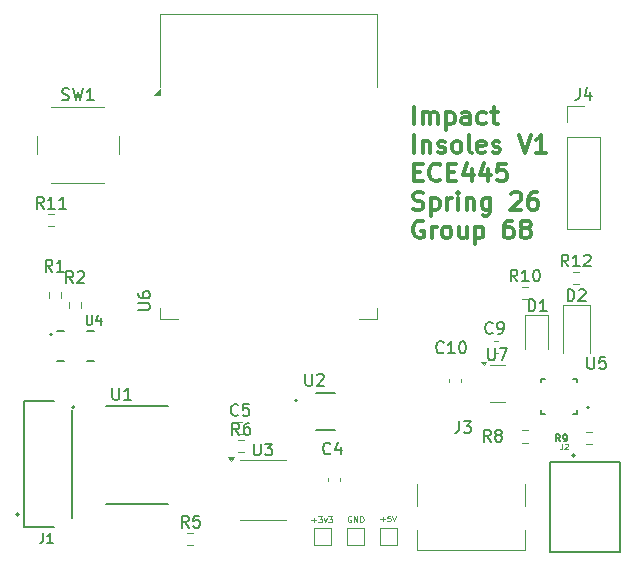
<source format=gbr>
G04 #@! TF.GenerationSoftware,KiCad,Pcbnew,9.0.7*
G04 #@! TF.CreationDate,2026-02-26T12:58:45-06:00*
G04 #@! TF.ProjectId,ImpactInsole_v1,496d7061-6374-4496-9e73-6f6c655f7631,rev?*
G04 #@! TF.SameCoordinates,Original*
G04 #@! TF.FileFunction,Legend,Top*
G04 #@! TF.FilePolarity,Positive*
%FSLAX46Y46*%
G04 Gerber Fmt 4.6, Leading zero omitted, Abs format (unit mm)*
G04 Created by KiCad (PCBNEW 9.0.7) date 2026-02-26 12:58:45*
%MOMM*%
%LPD*%
G01*
G04 APERTURE LIST*
%ADD10C,0.300000*%
%ADD11C,0.150000*%
%ADD12C,0.125000*%
%ADD13C,0.120000*%
%ADD14C,0.127000*%
%ADD15C,0.200000*%
G04 APERTURE END LIST*
D10*
X110404510Y-69181164D02*
X110404510Y-67681164D01*
X111118796Y-69181164D02*
X111118796Y-68181164D01*
X111118796Y-68324021D02*
X111190225Y-68252593D01*
X111190225Y-68252593D02*
X111333082Y-68181164D01*
X111333082Y-68181164D02*
X111547368Y-68181164D01*
X111547368Y-68181164D02*
X111690225Y-68252593D01*
X111690225Y-68252593D02*
X111761654Y-68395450D01*
X111761654Y-68395450D02*
X111761654Y-69181164D01*
X111761654Y-68395450D02*
X111833082Y-68252593D01*
X111833082Y-68252593D02*
X111975939Y-68181164D01*
X111975939Y-68181164D02*
X112190225Y-68181164D01*
X112190225Y-68181164D02*
X112333082Y-68252593D01*
X112333082Y-68252593D02*
X112404511Y-68395450D01*
X112404511Y-68395450D02*
X112404511Y-69181164D01*
X113118796Y-68181164D02*
X113118796Y-69681164D01*
X113118796Y-68252593D02*
X113261654Y-68181164D01*
X113261654Y-68181164D02*
X113547368Y-68181164D01*
X113547368Y-68181164D02*
X113690225Y-68252593D01*
X113690225Y-68252593D02*
X113761654Y-68324021D01*
X113761654Y-68324021D02*
X113833082Y-68466878D01*
X113833082Y-68466878D02*
X113833082Y-68895450D01*
X113833082Y-68895450D02*
X113761654Y-69038307D01*
X113761654Y-69038307D02*
X113690225Y-69109736D01*
X113690225Y-69109736D02*
X113547368Y-69181164D01*
X113547368Y-69181164D02*
X113261654Y-69181164D01*
X113261654Y-69181164D02*
X113118796Y-69109736D01*
X115118797Y-69181164D02*
X115118797Y-68395450D01*
X115118797Y-68395450D02*
X115047368Y-68252593D01*
X115047368Y-68252593D02*
X114904511Y-68181164D01*
X114904511Y-68181164D02*
X114618797Y-68181164D01*
X114618797Y-68181164D02*
X114475939Y-68252593D01*
X115118797Y-69109736D02*
X114975939Y-69181164D01*
X114975939Y-69181164D02*
X114618797Y-69181164D01*
X114618797Y-69181164D02*
X114475939Y-69109736D01*
X114475939Y-69109736D02*
X114404511Y-68966878D01*
X114404511Y-68966878D02*
X114404511Y-68824021D01*
X114404511Y-68824021D02*
X114475939Y-68681164D01*
X114475939Y-68681164D02*
X114618797Y-68609736D01*
X114618797Y-68609736D02*
X114975939Y-68609736D01*
X114975939Y-68609736D02*
X115118797Y-68538307D01*
X116475940Y-69109736D02*
X116333082Y-69181164D01*
X116333082Y-69181164D02*
X116047368Y-69181164D01*
X116047368Y-69181164D02*
X115904511Y-69109736D01*
X115904511Y-69109736D02*
X115833082Y-69038307D01*
X115833082Y-69038307D02*
X115761654Y-68895450D01*
X115761654Y-68895450D02*
X115761654Y-68466878D01*
X115761654Y-68466878D02*
X115833082Y-68324021D01*
X115833082Y-68324021D02*
X115904511Y-68252593D01*
X115904511Y-68252593D02*
X116047368Y-68181164D01*
X116047368Y-68181164D02*
X116333082Y-68181164D01*
X116333082Y-68181164D02*
X116475940Y-68252593D01*
X116904511Y-68181164D02*
X117475939Y-68181164D01*
X117118796Y-67681164D02*
X117118796Y-68966878D01*
X117118796Y-68966878D02*
X117190225Y-69109736D01*
X117190225Y-69109736D02*
X117333082Y-69181164D01*
X117333082Y-69181164D02*
X117475939Y-69181164D01*
X110404510Y-71596080D02*
X110404510Y-70096080D01*
X111118796Y-70596080D02*
X111118796Y-71596080D01*
X111118796Y-70738937D02*
X111190225Y-70667509D01*
X111190225Y-70667509D02*
X111333082Y-70596080D01*
X111333082Y-70596080D02*
X111547368Y-70596080D01*
X111547368Y-70596080D02*
X111690225Y-70667509D01*
X111690225Y-70667509D02*
X111761654Y-70810366D01*
X111761654Y-70810366D02*
X111761654Y-71596080D01*
X112404511Y-71524652D02*
X112547368Y-71596080D01*
X112547368Y-71596080D02*
X112833082Y-71596080D01*
X112833082Y-71596080D02*
X112975939Y-71524652D01*
X112975939Y-71524652D02*
X113047368Y-71381794D01*
X113047368Y-71381794D02*
X113047368Y-71310366D01*
X113047368Y-71310366D02*
X112975939Y-71167509D01*
X112975939Y-71167509D02*
X112833082Y-71096080D01*
X112833082Y-71096080D02*
X112618797Y-71096080D01*
X112618797Y-71096080D02*
X112475939Y-71024652D01*
X112475939Y-71024652D02*
X112404511Y-70881794D01*
X112404511Y-70881794D02*
X112404511Y-70810366D01*
X112404511Y-70810366D02*
X112475939Y-70667509D01*
X112475939Y-70667509D02*
X112618797Y-70596080D01*
X112618797Y-70596080D02*
X112833082Y-70596080D01*
X112833082Y-70596080D02*
X112975939Y-70667509D01*
X113904511Y-71596080D02*
X113761654Y-71524652D01*
X113761654Y-71524652D02*
X113690225Y-71453223D01*
X113690225Y-71453223D02*
X113618797Y-71310366D01*
X113618797Y-71310366D02*
X113618797Y-70881794D01*
X113618797Y-70881794D02*
X113690225Y-70738937D01*
X113690225Y-70738937D02*
X113761654Y-70667509D01*
X113761654Y-70667509D02*
X113904511Y-70596080D01*
X113904511Y-70596080D02*
X114118797Y-70596080D01*
X114118797Y-70596080D02*
X114261654Y-70667509D01*
X114261654Y-70667509D02*
X114333083Y-70738937D01*
X114333083Y-70738937D02*
X114404511Y-70881794D01*
X114404511Y-70881794D02*
X114404511Y-71310366D01*
X114404511Y-71310366D02*
X114333083Y-71453223D01*
X114333083Y-71453223D02*
X114261654Y-71524652D01*
X114261654Y-71524652D02*
X114118797Y-71596080D01*
X114118797Y-71596080D02*
X113904511Y-71596080D01*
X115261654Y-71596080D02*
X115118797Y-71524652D01*
X115118797Y-71524652D02*
X115047368Y-71381794D01*
X115047368Y-71381794D02*
X115047368Y-70096080D01*
X116404511Y-71524652D02*
X116261654Y-71596080D01*
X116261654Y-71596080D02*
X115975940Y-71596080D01*
X115975940Y-71596080D02*
X115833082Y-71524652D01*
X115833082Y-71524652D02*
X115761654Y-71381794D01*
X115761654Y-71381794D02*
X115761654Y-70810366D01*
X115761654Y-70810366D02*
X115833082Y-70667509D01*
X115833082Y-70667509D02*
X115975940Y-70596080D01*
X115975940Y-70596080D02*
X116261654Y-70596080D01*
X116261654Y-70596080D02*
X116404511Y-70667509D01*
X116404511Y-70667509D02*
X116475940Y-70810366D01*
X116475940Y-70810366D02*
X116475940Y-70953223D01*
X116475940Y-70953223D02*
X115761654Y-71096080D01*
X117047368Y-71524652D02*
X117190225Y-71596080D01*
X117190225Y-71596080D02*
X117475939Y-71596080D01*
X117475939Y-71596080D02*
X117618796Y-71524652D01*
X117618796Y-71524652D02*
X117690225Y-71381794D01*
X117690225Y-71381794D02*
X117690225Y-71310366D01*
X117690225Y-71310366D02*
X117618796Y-71167509D01*
X117618796Y-71167509D02*
X117475939Y-71096080D01*
X117475939Y-71096080D02*
X117261654Y-71096080D01*
X117261654Y-71096080D02*
X117118796Y-71024652D01*
X117118796Y-71024652D02*
X117047368Y-70881794D01*
X117047368Y-70881794D02*
X117047368Y-70810366D01*
X117047368Y-70810366D02*
X117118796Y-70667509D01*
X117118796Y-70667509D02*
X117261654Y-70596080D01*
X117261654Y-70596080D02*
X117475939Y-70596080D01*
X117475939Y-70596080D02*
X117618796Y-70667509D01*
X119261654Y-70096080D02*
X119761654Y-71596080D01*
X119761654Y-71596080D02*
X120261654Y-70096080D01*
X121547368Y-71596080D02*
X120690225Y-71596080D01*
X121118796Y-71596080D02*
X121118796Y-70096080D01*
X121118796Y-70096080D02*
X120975939Y-70310366D01*
X120975939Y-70310366D02*
X120833082Y-70453223D01*
X120833082Y-70453223D02*
X120690225Y-70524652D01*
X110404510Y-73225282D02*
X110904510Y-73225282D01*
X111118796Y-74010996D02*
X110404510Y-74010996D01*
X110404510Y-74010996D02*
X110404510Y-72510996D01*
X110404510Y-72510996D02*
X111118796Y-72510996D01*
X112618796Y-73868139D02*
X112547368Y-73939568D01*
X112547368Y-73939568D02*
X112333082Y-74010996D01*
X112333082Y-74010996D02*
X112190225Y-74010996D01*
X112190225Y-74010996D02*
X111975939Y-73939568D01*
X111975939Y-73939568D02*
X111833082Y-73796710D01*
X111833082Y-73796710D02*
X111761653Y-73653853D01*
X111761653Y-73653853D02*
X111690225Y-73368139D01*
X111690225Y-73368139D02*
X111690225Y-73153853D01*
X111690225Y-73153853D02*
X111761653Y-72868139D01*
X111761653Y-72868139D02*
X111833082Y-72725282D01*
X111833082Y-72725282D02*
X111975939Y-72582425D01*
X111975939Y-72582425D02*
X112190225Y-72510996D01*
X112190225Y-72510996D02*
X112333082Y-72510996D01*
X112333082Y-72510996D02*
X112547368Y-72582425D01*
X112547368Y-72582425D02*
X112618796Y-72653853D01*
X113261653Y-73225282D02*
X113761653Y-73225282D01*
X113975939Y-74010996D02*
X113261653Y-74010996D01*
X113261653Y-74010996D02*
X113261653Y-72510996D01*
X113261653Y-72510996D02*
X113975939Y-72510996D01*
X115261654Y-73010996D02*
X115261654Y-74010996D01*
X114904511Y-72439568D02*
X114547368Y-73510996D01*
X114547368Y-73510996D02*
X115475939Y-73510996D01*
X116690225Y-73010996D02*
X116690225Y-74010996D01*
X116333082Y-72439568D02*
X115975939Y-73510996D01*
X115975939Y-73510996D02*
X116904510Y-73510996D01*
X118190224Y-72510996D02*
X117475938Y-72510996D01*
X117475938Y-72510996D02*
X117404510Y-73225282D01*
X117404510Y-73225282D02*
X117475938Y-73153853D01*
X117475938Y-73153853D02*
X117618796Y-73082425D01*
X117618796Y-73082425D02*
X117975938Y-73082425D01*
X117975938Y-73082425D02*
X118118796Y-73153853D01*
X118118796Y-73153853D02*
X118190224Y-73225282D01*
X118190224Y-73225282D02*
X118261653Y-73368139D01*
X118261653Y-73368139D02*
X118261653Y-73725282D01*
X118261653Y-73725282D02*
X118190224Y-73868139D01*
X118190224Y-73868139D02*
X118118796Y-73939568D01*
X118118796Y-73939568D02*
X117975938Y-74010996D01*
X117975938Y-74010996D02*
X117618796Y-74010996D01*
X117618796Y-74010996D02*
X117475938Y-73939568D01*
X117475938Y-73939568D02*
X117404510Y-73868139D01*
X110333082Y-76354484D02*
X110547368Y-76425912D01*
X110547368Y-76425912D02*
X110904510Y-76425912D01*
X110904510Y-76425912D02*
X111047368Y-76354484D01*
X111047368Y-76354484D02*
X111118796Y-76283055D01*
X111118796Y-76283055D02*
X111190225Y-76140198D01*
X111190225Y-76140198D02*
X111190225Y-75997341D01*
X111190225Y-75997341D02*
X111118796Y-75854484D01*
X111118796Y-75854484D02*
X111047368Y-75783055D01*
X111047368Y-75783055D02*
X110904510Y-75711626D01*
X110904510Y-75711626D02*
X110618796Y-75640198D01*
X110618796Y-75640198D02*
X110475939Y-75568769D01*
X110475939Y-75568769D02*
X110404510Y-75497341D01*
X110404510Y-75497341D02*
X110333082Y-75354484D01*
X110333082Y-75354484D02*
X110333082Y-75211626D01*
X110333082Y-75211626D02*
X110404510Y-75068769D01*
X110404510Y-75068769D02*
X110475939Y-74997341D01*
X110475939Y-74997341D02*
X110618796Y-74925912D01*
X110618796Y-74925912D02*
X110975939Y-74925912D01*
X110975939Y-74925912D02*
X111190225Y-74997341D01*
X111833081Y-75425912D02*
X111833081Y-76925912D01*
X111833081Y-75497341D02*
X111975939Y-75425912D01*
X111975939Y-75425912D02*
X112261653Y-75425912D01*
X112261653Y-75425912D02*
X112404510Y-75497341D01*
X112404510Y-75497341D02*
X112475939Y-75568769D01*
X112475939Y-75568769D02*
X112547367Y-75711626D01*
X112547367Y-75711626D02*
X112547367Y-76140198D01*
X112547367Y-76140198D02*
X112475939Y-76283055D01*
X112475939Y-76283055D02*
X112404510Y-76354484D01*
X112404510Y-76354484D02*
X112261653Y-76425912D01*
X112261653Y-76425912D02*
X111975939Y-76425912D01*
X111975939Y-76425912D02*
X111833081Y-76354484D01*
X113190224Y-76425912D02*
X113190224Y-75425912D01*
X113190224Y-75711626D02*
X113261653Y-75568769D01*
X113261653Y-75568769D02*
X113333082Y-75497341D01*
X113333082Y-75497341D02*
X113475939Y-75425912D01*
X113475939Y-75425912D02*
X113618796Y-75425912D01*
X114118795Y-76425912D02*
X114118795Y-75425912D01*
X114118795Y-74925912D02*
X114047367Y-74997341D01*
X114047367Y-74997341D02*
X114118795Y-75068769D01*
X114118795Y-75068769D02*
X114190224Y-74997341D01*
X114190224Y-74997341D02*
X114118795Y-74925912D01*
X114118795Y-74925912D02*
X114118795Y-75068769D01*
X114833081Y-75425912D02*
X114833081Y-76425912D01*
X114833081Y-75568769D02*
X114904510Y-75497341D01*
X114904510Y-75497341D02*
X115047367Y-75425912D01*
X115047367Y-75425912D02*
X115261653Y-75425912D01*
X115261653Y-75425912D02*
X115404510Y-75497341D01*
X115404510Y-75497341D02*
X115475939Y-75640198D01*
X115475939Y-75640198D02*
X115475939Y-76425912D01*
X116833082Y-75425912D02*
X116833082Y-76640198D01*
X116833082Y-76640198D02*
X116761653Y-76783055D01*
X116761653Y-76783055D02*
X116690224Y-76854484D01*
X116690224Y-76854484D02*
X116547367Y-76925912D01*
X116547367Y-76925912D02*
X116333082Y-76925912D01*
X116333082Y-76925912D02*
X116190224Y-76854484D01*
X116833082Y-76354484D02*
X116690224Y-76425912D01*
X116690224Y-76425912D02*
X116404510Y-76425912D01*
X116404510Y-76425912D02*
X116261653Y-76354484D01*
X116261653Y-76354484D02*
X116190224Y-76283055D01*
X116190224Y-76283055D02*
X116118796Y-76140198D01*
X116118796Y-76140198D02*
X116118796Y-75711626D01*
X116118796Y-75711626D02*
X116190224Y-75568769D01*
X116190224Y-75568769D02*
X116261653Y-75497341D01*
X116261653Y-75497341D02*
X116404510Y-75425912D01*
X116404510Y-75425912D02*
X116690224Y-75425912D01*
X116690224Y-75425912D02*
X116833082Y-75497341D01*
X118618796Y-75068769D02*
X118690224Y-74997341D01*
X118690224Y-74997341D02*
X118833082Y-74925912D01*
X118833082Y-74925912D02*
X119190224Y-74925912D01*
X119190224Y-74925912D02*
X119333082Y-74997341D01*
X119333082Y-74997341D02*
X119404510Y-75068769D01*
X119404510Y-75068769D02*
X119475939Y-75211626D01*
X119475939Y-75211626D02*
X119475939Y-75354484D01*
X119475939Y-75354484D02*
X119404510Y-75568769D01*
X119404510Y-75568769D02*
X118547367Y-76425912D01*
X118547367Y-76425912D02*
X119475939Y-76425912D01*
X120761653Y-74925912D02*
X120475938Y-74925912D01*
X120475938Y-74925912D02*
X120333081Y-74997341D01*
X120333081Y-74997341D02*
X120261653Y-75068769D01*
X120261653Y-75068769D02*
X120118795Y-75283055D01*
X120118795Y-75283055D02*
X120047367Y-75568769D01*
X120047367Y-75568769D02*
X120047367Y-76140198D01*
X120047367Y-76140198D02*
X120118795Y-76283055D01*
X120118795Y-76283055D02*
X120190224Y-76354484D01*
X120190224Y-76354484D02*
X120333081Y-76425912D01*
X120333081Y-76425912D02*
X120618795Y-76425912D01*
X120618795Y-76425912D02*
X120761653Y-76354484D01*
X120761653Y-76354484D02*
X120833081Y-76283055D01*
X120833081Y-76283055D02*
X120904510Y-76140198D01*
X120904510Y-76140198D02*
X120904510Y-75783055D01*
X120904510Y-75783055D02*
X120833081Y-75640198D01*
X120833081Y-75640198D02*
X120761653Y-75568769D01*
X120761653Y-75568769D02*
X120618795Y-75497341D01*
X120618795Y-75497341D02*
X120333081Y-75497341D01*
X120333081Y-75497341D02*
X120190224Y-75568769D01*
X120190224Y-75568769D02*
X120118795Y-75640198D01*
X120118795Y-75640198D02*
X120047367Y-75783055D01*
X111190225Y-77412257D02*
X111047368Y-77340828D01*
X111047368Y-77340828D02*
X110833082Y-77340828D01*
X110833082Y-77340828D02*
X110618796Y-77412257D01*
X110618796Y-77412257D02*
X110475939Y-77555114D01*
X110475939Y-77555114D02*
X110404510Y-77697971D01*
X110404510Y-77697971D02*
X110333082Y-77983685D01*
X110333082Y-77983685D02*
X110333082Y-78197971D01*
X110333082Y-78197971D02*
X110404510Y-78483685D01*
X110404510Y-78483685D02*
X110475939Y-78626542D01*
X110475939Y-78626542D02*
X110618796Y-78769400D01*
X110618796Y-78769400D02*
X110833082Y-78840828D01*
X110833082Y-78840828D02*
X110975939Y-78840828D01*
X110975939Y-78840828D02*
X111190225Y-78769400D01*
X111190225Y-78769400D02*
X111261653Y-78697971D01*
X111261653Y-78697971D02*
X111261653Y-78197971D01*
X111261653Y-78197971D02*
X110975939Y-78197971D01*
X111904510Y-78840828D02*
X111904510Y-77840828D01*
X111904510Y-78126542D02*
X111975939Y-77983685D01*
X111975939Y-77983685D02*
X112047368Y-77912257D01*
X112047368Y-77912257D02*
X112190225Y-77840828D01*
X112190225Y-77840828D02*
X112333082Y-77840828D01*
X113047367Y-78840828D02*
X112904510Y-78769400D01*
X112904510Y-78769400D02*
X112833081Y-78697971D01*
X112833081Y-78697971D02*
X112761653Y-78555114D01*
X112761653Y-78555114D02*
X112761653Y-78126542D01*
X112761653Y-78126542D02*
X112833081Y-77983685D01*
X112833081Y-77983685D02*
X112904510Y-77912257D01*
X112904510Y-77912257D02*
X113047367Y-77840828D01*
X113047367Y-77840828D02*
X113261653Y-77840828D01*
X113261653Y-77840828D02*
X113404510Y-77912257D01*
X113404510Y-77912257D02*
X113475939Y-77983685D01*
X113475939Y-77983685D02*
X113547367Y-78126542D01*
X113547367Y-78126542D02*
X113547367Y-78555114D01*
X113547367Y-78555114D02*
X113475939Y-78697971D01*
X113475939Y-78697971D02*
X113404510Y-78769400D01*
X113404510Y-78769400D02*
X113261653Y-78840828D01*
X113261653Y-78840828D02*
X113047367Y-78840828D01*
X114833082Y-77840828D02*
X114833082Y-78840828D01*
X114190224Y-77840828D02*
X114190224Y-78626542D01*
X114190224Y-78626542D02*
X114261653Y-78769400D01*
X114261653Y-78769400D02*
X114404510Y-78840828D01*
X114404510Y-78840828D02*
X114618796Y-78840828D01*
X114618796Y-78840828D02*
X114761653Y-78769400D01*
X114761653Y-78769400D02*
X114833082Y-78697971D01*
X115547367Y-77840828D02*
X115547367Y-79340828D01*
X115547367Y-77912257D02*
X115690225Y-77840828D01*
X115690225Y-77840828D02*
X115975939Y-77840828D01*
X115975939Y-77840828D02*
X116118796Y-77912257D01*
X116118796Y-77912257D02*
X116190225Y-77983685D01*
X116190225Y-77983685D02*
X116261653Y-78126542D01*
X116261653Y-78126542D02*
X116261653Y-78555114D01*
X116261653Y-78555114D02*
X116190225Y-78697971D01*
X116190225Y-78697971D02*
X116118796Y-78769400D01*
X116118796Y-78769400D02*
X115975939Y-78840828D01*
X115975939Y-78840828D02*
X115690225Y-78840828D01*
X115690225Y-78840828D02*
X115547367Y-78769400D01*
X118690225Y-77340828D02*
X118404510Y-77340828D01*
X118404510Y-77340828D02*
X118261653Y-77412257D01*
X118261653Y-77412257D02*
X118190225Y-77483685D01*
X118190225Y-77483685D02*
X118047367Y-77697971D01*
X118047367Y-77697971D02*
X117975939Y-77983685D01*
X117975939Y-77983685D02*
X117975939Y-78555114D01*
X117975939Y-78555114D02*
X118047367Y-78697971D01*
X118047367Y-78697971D02*
X118118796Y-78769400D01*
X118118796Y-78769400D02*
X118261653Y-78840828D01*
X118261653Y-78840828D02*
X118547367Y-78840828D01*
X118547367Y-78840828D02*
X118690225Y-78769400D01*
X118690225Y-78769400D02*
X118761653Y-78697971D01*
X118761653Y-78697971D02*
X118833082Y-78555114D01*
X118833082Y-78555114D02*
X118833082Y-78197971D01*
X118833082Y-78197971D02*
X118761653Y-78055114D01*
X118761653Y-78055114D02*
X118690225Y-77983685D01*
X118690225Y-77983685D02*
X118547367Y-77912257D01*
X118547367Y-77912257D02*
X118261653Y-77912257D01*
X118261653Y-77912257D02*
X118118796Y-77983685D01*
X118118796Y-77983685D02*
X118047367Y-78055114D01*
X118047367Y-78055114D02*
X117975939Y-78197971D01*
X119690224Y-77983685D02*
X119547367Y-77912257D01*
X119547367Y-77912257D02*
X119475938Y-77840828D01*
X119475938Y-77840828D02*
X119404510Y-77697971D01*
X119404510Y-77697971D02*
X119404510Y-77626542D01*
X119404510Y-77626542D02*
X119475938Y-77483685D01*
X119475938Y-77483685D02*
X119547367Y-77412257D01*
X119547367Y-77412257D02*
X119690224Y-77340828D01*
X119690224Y-77340828D02*
X119975938Y-77340828D01*
X119975938Y-77340828D02*
X120118796Y-77412257D01*
X120118796Y-77412257D02*
X120190224Y-77483685D01*
X120190224Y-77483685D02*
X120261653Y-77626542D01*
X120261653Y-77626542D02*
X120261653Y-77697971D01*
X120261653Y-77697971D02*
X120190224Y-77840828D01*
X120190224Y-77840828D02*
X120118796Y-77912257D01*
X120118796Y-77912257D02*
X119975938Y-77983685D01*
X119975938Y-77983685D02*
X119690224Y-77983685D01*
X119690224Y-77983685D02*
X119547367Y-78055114D01*
X119547367Y-78055114D02*
X119475938Y-78126542D01*
X119475938Y-78126542D02*
X119404510Y-78269400D01*
X119404510Y-78269400D02*
X119404510Y-78555114D01*
X119404510Y-78555114D02*
X119475938Y-78697971D01*
X119475938Y-78697971D02*
X119547367Y-78769400D01*
X119547367Y-78769400D02*
X119690224Y-78840828D01*
X119690224Y-78840828D02*
X119975938Y-78840828D01*
X119975938Y-78840828D02*
X120118796Y-78769400D01*
X120118796Y-78769400D02*
X120190224Y-78697971D01*
X120190224Y-78697971D02*
X120261653Y-78555114D01*
X120261653Y-78555114D02*
X120261653Y-78269400D01*
X120261653Y-78269400D02*
X120190224Y-78126542D01*
X120190224Y-78126542D02*
X120118796Y-78055114D01*
X120118796Y-78055114D02*
X119975938Y-77983685D01*
D11*
X87024819Y-84911904D02*
X87834342Y-84911904D01*
X87834342Y-84911904D02*
X87929580Y-84864285D01*
X87929580Y-84864285D02*
X87977200Y-84816666D01*
X87977200Y-84816666D02*
X88024819Y-84721428D01*
X88024819Y-84721428D02*
X88024819Y-84530952D01*
X88024819Y-84530952D02*
X87977200Y-84435714D01*
X87977200Y-84435714D02*
X87929580Y-84388095D01*
X87929580Y-84388095D02*
X87834342Y-84340476D01*
X87834342Y-84340476D02*
X87024819Y-84340476D01*
X87024819Y-83435714D02*
X87024819Y-83626190D01*
X87024819Y-83626190D02*
X87072438Y-83721428D01*
X87072438Y-83721428D02*
X87120057Y-83769047D01*
X87120057Y-83769047D02*
X87262914Y-83864285D01*
X87262914Y-83864285D02*
X87453390Y-83911904D01*
X87453390Y-83911904D02*
X87834342Y-83911904D01*
X87834342Y-83911904D02*
X87929580Y-83864285D01*
X87929580Y-83864285D02*
X87977200Y-83816666D01*
X87977200Y-83816666D02*
X88024819Y-83721428D01*
X88024819Y-83721428D02*
X88024819Y-83530952D01*
X88024819Y-83530952D02*
X87977200Y-83435714D01*
X87977200Y-83435714D02*
X87929580Y-83388095D01*
X87929580Y-83388095D02*
X87834342Y-83340476D01*
X87834342Y-83340476D02*
X87596247Y-83340476D01*
X87596247Y-83340476D02*
X87501009Y-83388095D01*
X87501009Y-83388095D02*
X87453390Y-83435714D01*
X87453390Y-83435714D02*
X87405771Y-83530952D01*
X87405771Y-83530952D02*
X87405771Y-83721428D01*
X87405771Y-83721428D02*
X87453390Y-83816666D01*
X87453390Y-83816666D02*
X87501009Y-83864285D01*
X87501009Y-83864285D02*
X87596247Y-83911904D01*
D12*
X107537143Y-102624333D02*
X107918096Y-102624333D01*
X107727619Y-102814809D02*
X107727619Y-102433857D01*
X108394286Y-102314809D02*
X108156191Y-102314809D01*
X108156191Y-102314809D02*
X108132382Y-102552904D01*
X108132382Y-102552904D02*
X108156191Y-102529095D01*
X108156191Y-102529095D02*
X108203810Y-102505285D01*
X108203810Y-102505285D02*
X108322858Y-102505285D01*
X108322858Y-102505285D02*
X108370477Y-102529095D01*
X108370477Y-102529095D02*
X108394286Y-102552904D01*
X108394286Y-102552904D02*
X108418096Y-102600523D01*
X108418096Y-102600523D02*
X108418096Y-102719571D01*
X108418096Y-102719571D02*
X108394286Y-102767190D01*
X108394286Y-102767190D02*
X108370477Y-102791000D01*
X108370477Y-102791000D02*
X108322858Y-102814809D01*
X108322858Y-102814809D02*
X108203810Y-102814809D01*
X108203810Y-102814809D02*
X108156191Y-102791000D01*
X108156191Y-102791000D02*
X108132382Y-102767190D01*
X108560953Y-102314809D02*
X108727619Y-102814809D01*
X108727619Y-102814809D02*
X108894286Y-102314809D01*
X105064047Y-102390619D02*
X105016428Y-102366809D01*
X105016428Y-102366809D02*
X104944999Y-102366809D01*
X104944999Y-102366809D02*
X104873571Y-102390619D01*
X104873571Y-102390619D02*
X104825952Y-102438238D01*
X104825952Y-102438238D02*
X104802142Y-102485857D01*
X104802142Y-102485857D02*
X104778333Y-102581095D01*
X104778333Y-102581095D02*
X104778333Y-102652523D01*
X104778333Y-102652523D02*
X104802142Y-102747761D01*
X104802142Y-102747761D02*
X104825952Y-102795380D01*
X104825952Y-102795380D02*
X104873571Y-102843000D01*
X104873571Y-102843000D02*
X104944999Y-102866809D01*
X104944999Y-102866809D02*
X104992618Y-102866809D01*
X104992618Y-102866809D02*
X105064047Y-102843000D01*
X105064047Y-102843000D02*
X105087856Y-102819190D01*
X105087856Y-102819190D02*
X105087856Y-102652523D01*
X105087856Y-102652523D02*
X104992618Y-102652523D01*
X105302142Y-102866809D02*
X105302142Y-102366809D01*
X105302142Y-102366809D02*
X105587856Y-102866809D01*
X105587856Y-102866809D02*
X105587856Y-102366809D01*
X105825952Y-102866809D02*
X105825952Y-102366809D01*
X105825952Y-102366809D02*
X105945000Y-102366809D01*
X105945000Y-102366809D02*
X106016428Y-102390619D01*
X106016428Y-102390619D02*
X106064047Y-102438238D01*
X106064047Y-102438238D02*
X106087857Y-102485857D01*
X106087857Y-102485857D02*
X106111666Y-102581095D01*
X106111666Y-102581095D02*
X106111666Y-102652523D01*
X106111666Y-102652523D02*
X106087857Y-102747761D01*
X106087857Y-102747761D02*
X106064047Y-102795380D01*
X106064047Y-102795380D02*
X106016428Y-102843000D01*
X106016428Y-102843000D02*
X105945000Y-102866809D01*
X105945000Y-102866809D02*
X105825952Y-102866809D01*
D11*
X123449642Y-81224819D02*
X123116309Y-80748628D01*
X122878214Y-81224819D02*
X122878214Y-80224819D01*
X122878214Y-80224819D02*
X123259166Y-80224819D01*
X123259166Y-80224819D02*
X123354404Y-80272438D01*
X123354404Y-80272438D02*
X123402023Y-80320057D01*
X123402023Y-80320057D02*
X123449642Y-80415295D01*
X123449642Y-80415295D02*
X123449642Y-80558152D01*
X123449642Y-80558152D02*
X123402023Y-80653390D01*
X123402023Y-80653390D02*
X123354404Y-80701009D01*
X123354404Y-80701009D02*
X123259166Y-80748628D01*
X123259166Y-80748628D02*
X122878214Y-80748628D01*
X124402023Y-81224819D02*
X123830595Y-81224819D01*
X124116309Y-81224819D02*
X124116309Y-80224819D01*
X124116309Y-80224819D02*
X124021071Y-80367676D01*
X124021071Y-80367676D02*
X123925833Y-80462914D01*
X123925833Y-80462914D02*
X123830595Y-80510533D01*
X124782976Y-80320057D02*
X124830595Y-80272438D01*
X124830595Y-80272438D02*
X124925833Y-80224819D01*
X124925833Y-80224819D02*
X125163928Y-80224819D01*
X125163928Y-80224819D02*
X125259166Y-80272438D01*
X125259166Y-80272438D02*
X125306785Y-80320057D01*
X125306785Y-80320057D02*
X125354404Y-80415295D01*
X125354404Y-80415295D02*
X125354404Y-80510533D01*
X125354404Y-80510533D02*
X125306785Y-80653390D01*
X125306785Y-80653390D02*
X124735357Y-81224819D01*
X124735357Y-81224819D02*
X125354404Y-81224819D01*
X101188095Y-90314819D02*
X101188095Y-91124342D01*
X101188095Y-91124342D02*
X101235714Y-91219580D01*
X101235714Y-91219580D02*
X101283333Y-91267200D01*
X101283333Y-91267200D02*
X101378571Y-91314819D01*
X101378571Y-91314819D02*
X101569047Y-91314819D01*
X101569047Y-91314819D02*
X101664285Y-91267200D01*
X101664285Y-91267200D02*
X101711904Y-91219580D01*
X101711904Y-91219580D02*
X101759523Y-91124342D01*
X101759523Y-91124342D02*
X101759523Y-90314819D01*
X102188095Y-90410057D02*
X102235714Y-90362438D01*
X102235714Y-90362438D02*
X102330952Y-90314819D01*
X102330952Y-90314819D02*
X102569047Y-90314819D01*
X102569047Y-90314819D02*
X102664285Y-90362438D01*
X102664285Y-90362438D02*
X102711904Y-90410057D01*
X102711904Y-90410057D02*
X102759523Y-90505295D01*
X102759523Y-90505295D02*
X102759523Y-90600533D01*
X102759523Y-90600533D02*
X102711904Y-90743390D01*
X102711904Y-90743390D02*
X102140476Y-91314819D01*
X102140476Y-91314819D02*
X102759523Y-91314819D01*
D13*
X122944000Y-96223517D02*
X122944000Y-96566374D01*
X122944000Y-96566374D02*
X122921143Y-96634945D01*
X122921143Y-96634945D02*
X122875429Y-96680660D01*
X122875429Y-96680660D02*
X122806857Y-96703517D01*
X122806857Y-96703517D02*
X122761143Y-96703517D01*
X123149714Y-96269231D02*
X123172571Y-96246374D01*
X123172571Y-96246374D02*
X123218286Y-96223517D01*
X123218286Y-96223517D02*
X123332571Y-96223517D01*
X123332571Y-96223517D02*
X123378286Y-96246374D01*
X123378286Y-96246374D02*
X123401143Y-96269231D01*
X123401143Y-96269231D02*
X123424000Y-96314945D01*
X123424000Y-96314945D02*
X123424000Y-96360660D01*
X123424000Y-96360660D02*
X123401143Y-96429231D01*
X123401143Y-96429231D02*
X123126857Y-96703517D01*
X123126857Y-96703517D02*
X123424000Y-96703517D01*
D11*
X119137142Y-82484819D02*
X118803809Y-82008628D01*
X118565714Y-82484819D02*
X118565714Y-81484819D01*
X118565714Y-81484819D02*
X118946666Y-81484819D01*
X118946666Y-81484819D02*
X119041904Y-81532438D01*
X119041904Y-81532438D02*
X119089523Y-81580057D01*
X119089523Y-81580057D02*
X119137142Y-81675295D01*
X119137142Y-81675295D02*
X119137142Y-81818152D01*
X119137142Y-81818152D02*
X119089523Y-81913390D01*
X119089523Y-81913390D02*
X119041904Y-81961009D01*
X119041904Y-81961009D02*
X118946666Y-82008628D01*
X118946666Y-82008628D02*
X118565714Y-82008628D01*
X120089523Y-82484819D02*
X119518095Y-82484819D01*
X119803809Y-82484819D02*
X119803809Y-81484819D01*
X119803809Y-81484819D02*
X119708571Y-81627676D01*
X119708571Y-81627676D02*
X119613333Y-81722914D01*
X119613333Y-81722914D02*
X119518095Y-81770533D01*
X120708571Y-81484819D02*
X120803809Y-81484819D01*
X120803809Y-81484819D02*
X120899047Y-81532438D01*
X120899047Y-81532438D02*
X120946666Y-81580057D01*
X120946666Y-81580057D02*
X120994285Y-81675295D01*
X120994285Y-81675295D02*
X121041904Y-81865771D01*
X121041904Y-81865771D02*
X121041904Y-82103866D01*
X121041904Y-82103866D02*
X120994285Y-82294342D01*
X120994285Y-82294342D02*
X120946666Y-82389580D01*
X120946666Y-82389580D02*
X120899047Y-82437200D01*
X120899047Y-82437200D02*
X120803809Y-82484819D01*
X120803809Y-82484819D02*
X120708571Y-82484819D01*
X120708571Y-82484819D02*
X120613333Y-82437200D01*
X120613333Y-82437200D02*
X120565714Y-82389580D01*
X120565714Y-82389580D02*
X120518095Y-82294342D01*
X120518095Y-82294342D02*
X120470476Y-82103866D01*
X120470476Y-82103866D02*
X120470476Y-81865771D01*
X120470476Y-81865771D02*
X120518095Y-81675295D01*
X120518095Y-81675295D02*
X120565714Y-81580057D01*
X120565714Y-81580057D02*
X120613333Y-81532438D01*
X120613333Y-81532438D02*
X120708571Y-81484819D01*
X95590833Y-95474819D02*
X95257500Y-94998628D01*
X95019405Y-95474819D02*
X95019405Y-94474819D01*
X95019405Y-94474819D02*
X95400357Y-94474819D01*
X95400357Y-94474819D02*
X95495595Y-94522438D01*
X95495595Y-94522438D02*
X95543214Y-94570057D01*
X95543214Y-94570057D02*
X95590833Y-94665295D01*
X95590833Y-94665295D02*
X95590833Y-94808152D01*
X95590833Y-94808152D02*
X95543214Y-94903390D01*
X95543214Y-94903390D02*
X95495595Y-94951009D01*
X95495595Y-94951009D02*
X95400357Y-94998628D01*
X95400357Y-94998628D02*
X95019405Y-94998628D01*
X96447976Y-94474819D02*
X96257500Y-94474819D01*
X96257500Y-94474819D02*
X96162262Y-94522438D01*
X96162262Y-94522438D02*
X96114643Y-94570057D01*
X96114643Y-94570057D02*
X96019405Y-94712914D01*
X96019405Y-94712914D02*
X95971786Y-94903390D01*
X95971786Y-94903390D02*
X95971786Y-95284342D01*
X95971786Y-95284342D02*
X96019405Y-95379580D01*
X96019405Y-95379580D02*
X96067024Y-95427200D01*
X96067024Y-95427200D02*
X96162262Y-95474819D01*
X96162262Y-95474819D02*
X96352738Y-95474819D01*
X96352738Y-95474819D02*
X96447976Y-95427200D01*
X96447976Y-95427200D02*
X96495595Y-95379580D01*
X96495595Y-95379580D02*
X96543214Y-95284342D01*
X96543214Y-95284342D02*
X96543214Y-95046247D01*
X96543214Y-95046247D02*
X96495595Y-94951009D01*
X96495595Y-94951009D02*
X96447976Y-94903390D01*
X96447976Y-94903390D02*
X96352738Y-94855771D01*
X96352738Y-94855771D02*
X96162262Y-94855771D01*
X96162262Y-94855771D02*
X96067024Y-94903390D01*
X96067024Y-94903390D02*
X96019405Y-94951009D01*
X96019405Y-94951009D02*
X95971786Y-95046247D01*
X117033333Y-86832080D02*
X116985714Y-86879700D01*
X116985714Y-86879700D02*
X116842857Y-86927319D01*
X116842857Y-86927319D02*
X116747619Y-86927319D01*
X116747619Y-86927319D02*
X116604762Y-86879700D01*
X116604762Y-86879700D02*
X116509524Y-86784461D01*
X116509524Y-86784461D02*
X116461905Y-86689223D01*
X116461905Y-86689223D02*
X116414286Y-86498747D01*
X116414286Y-86498747D02*
X116414286Y-86355890D01*
X116414286Y-86355890D02*
X116461905Y-86165414D01*
X116461905Y-86165414D02*
X116509524Y-86070176D01*
X116509524Y-86070176D02*
X116604762Y-85974938D01*
X116604762Y-85974938D02*
X116747619Y-85927319D01*
X116747619Y-85927319D02*
X116842857Y-85927319D01*
X116842857Y-85927319D02*
X116985714Y-85974938D01*
X116985714Y-85974938D02*
X117033333Y-86022557D01*
X117509524Y-86927319D02*
X117700000Y-86927319D01*
X117700000Y-86927319D02*
X117795238Y-86879700D01*
X117795238Y-86879700D02*
X117842857Y-86832080D01*
X117842857Y-86832080D02*
X117938095Y-86689223D01*
X117938095Y-86689223D02*
X117985714Y-86498747D01*
X117985714Y-86498747D02*
X117985714Y-86117795D01*
X117985714Y-86117795D02*
X117938095Y-86022557D01*
X117938095Y-86022557D02*
X117890476Y-85974938D01*
X117890476Y-85974938D02*
X117795238Y-85927319D01*
X117795238Y-85927319D02*
X117604762Y-85927319D01*
X117604762Y-85927319D02*
X117509524Y-85974938D01*
X117509524Y-85974938D02*
X117461905Y-86022557D01*
X117461905Y-86022557D02*
X117414286Y-86117795D01*
X117414286Y-86117795D02*
X117414286Y-86355890D01*
X117414286Y-86355890D02*
X117461905Y-86451128D01*
X117461905Y-86451128D02*
X117509524Y-86498747D01*
X117509524Y-86498747D02*
X117604762Y-86546366D01*
X117604762Y-86546366D02*
X117795238Y-86546366D01*
X117795238Y-86546366D02*
X117890476Y-86498747D01*
X117890476Y-86498747D02*
X117938095Y-86451128D01*
X117938095Y-86451128D02*
X117985714Y-86355890D01*
X116678095Y-88164819D02*
X116678095Y-88974342D01*
X116678095Y-88974342D02*
X116725714Y-89069580D01*
X116725714Y-89069580D02*
X116773333Y-89117200D01*
X116773333Y-89117200D02*
X116868571Y-89164819D01*
X116868571Y-89164819D02*
X117059047Y-89164819D01*
X117059047Y-89164819D02*
X117154285Y-89117200D01*
X117154285Y-89117200D02*
X117201904Y-89069580D01*
X117201904Y-89069580D02*
X117249523Y-88974342D01*
X117249523Y-88974342D02*
X117249523Y-88164819D01*
X117630476Y-88164819D02*
X118297142Y-88164819D01*
X118297142Y-88164819D02*
X117868571Y-89164819D01*
X82662976Y-85339795D02*
X82662976Y-85987414D01*
X82662976Y-85987414D02*
X82701071Y-86063604D01*
X82701071Y-86063604D02*
X82739166Y-86101700D01*
X82739166Y-86101700D02*
X82815357Y-86139795D01*
X82815357Y-86139795D02*
X82967738Y-86139795D01*
X82967738Y-86139795D02*
X83043928Y-86101700D01*
X83043928Y-86101700D02*
X83082023Y-86063604D01*
X83082023Y-86063604D02*
X83120119Y-85987414D01*
X83120119Y-85987414D02*
X83120119Y-85339795D01*
X83843928Y-85606461D02*
X83843928Y-86139795D01*
X83653452Y-85301700D02*
X83462975Y-85873128D01*
X83462975Y-85873128D02*
X83958214Y-85873128D01*
D12*
X101702857Y-102684333D02*
X102083810Y-102684333D01*
X101893333Y-102874809D02*
X101893333Y-102493857D01*
X102274286Y-102374809D02*
X102583810Y-102374809D01*
X102583810Y-102374809D02*
X102417143Y-102565285D01*
X102417143Y-102565285D02*
X102488572Y-102565285D01*
X102488572Y-102565285D02*
X102536191Y-102589095D01*
X102536191Y-102589095D02*
X102560000Y-102612904D01*
X102560000Y-102612904D02*
X102583810Y-102660523D01*
X102583810Y-102660523D02*
X102583810Y-102779571D01*
X102583810Y-102779571D02*
X102560000Y-102827190D01*
X102560000Y-102827190D02*
X102536191Y-102851000D01*
X102536191Y-102851000D02*
X102488572Y-102874809D01*
X102488572Y-102874809D02*
X102345715Y-102874809D01*
X102345715Y-102874809D02*
X102298096Y-102851000D01*
X102298096Y-102851000D02*
X102274286Y-102827190D01*
X102750476Y-102541476D02*
X102869524Y-102874809D01*
X102869524Y-102874809D02*
X102988571Y-102541476D01*
X103131428Y-102374809D02*
X103440952Y-102374809D01*
X103440952Y-102374809D02*
X103274285Y-102565285D01*
X103274285Y-102565285D02*
X103345714Y-102565285D01*
X103345714Y-102565285D02*
X103393333Y-102589095D01*
X103393333Y-102589095D02*
X103417142Y-102612904D01*
X103417142Y-102612904D02*
X103440952Y-102660523D01*
X103440952Y-102660523D02*
X103440952Y-102779571D01*
X103440952Y-102779571D02*
X103417142Y-102827190D01*
X103417142Y-102827190D02*
X103393333Y-102851000D01*
X103393333Y-102851000D02*
X103345714Y-102874809D01*
X103345714Y-102874809D02*
X103202857Y-102874809D01*
X103202857Y-102874809D02*
X103155238Y-102851000D01*
X103155238Y-102851000D02*
X103131428Y-102827190D01*
D11*
X78993136Y-103811978D02*
X78993136Y-104383829D01*
X78993136Y-104383829D02*
X78955012Y-104498199D01*
X78955012Y-104498199D02*
X78878766Y-104574446D01*
X78878766Y-104574446D02*
X78764395Y-104612569D01*
X78764395Y-104612569D02*
X78688149Y-104612569D01*
X79793727Y-104612569D02*
X79336246Y-104612569D01*
X79564986Y-104612569D02*
X79564986Y-103811978D01*
X79564986Y-103811978D02*
X79488740Y-103926348D01*
X79488740Y-103926348D02*
X79412493Y-104002595D01*
X79412493Y-104002595D02*
X79336246Y-104040718D01*
X124406666Y-66094819D02*
X124406666Y-66809104D01*
X124406666Y-66809104D02*
X124359047Y-66951961D01*
X124359047Y-66951961D02*
X124263809Y-67047200D01*
X124263809Y-67047200D02*
X124120952Y-67094819D01*
X124120952Y-67094819D02*
X124025714Y-67094819D01*
X125311428Y-66428152D02*
X125311428Y-67094819D01*
X125073333Y-66047200D02*
X124835238Y-66761485D01*
X124835238Y-66761485D02*
X125454285Y-66761485D01*
X125068095Y-88884819D02*
X125068095Y-89694342D01*
X125068095Y-89694342D02*
X125115714Y-89789580D01*
X125115714Y-89789580D02*
X125163333Y-89837200D01*
X125163333Y-89837200D02*
X125258571Y-89884819D01*
X125258571Y-89884819D02*
X125449047Y-89884819D01*
X125449047Y-89884819D02*
X125544285Y-89837200D01*
X125544285Y-89837200D02*
X125591904Y-89789580D01*
X125591904Y-89789580D02*
X125639523Y-89694342D01*
X125639523Y-89694342D02*
X125639523Y-88884819D01*
X126591904Y-88884819D02*
X126115714Y-88884819D01*
X126115714Y-88884819D02*
X126068095Y-89361009D01*
X126068095Y-89361009D02*
X126115714Y-89313390D01*
X126115714Y-89313390D02*
X126210952Y-89265771D01*
X126210952Y-89265771D02*
X126449047Y-89265771D01*
X126449047Y-89265771D02*
X126544285Y-89313390D01*
X126544285Y-89313390D02*
X126591904Y-89361009D01*
X126591904Y-89361009D02*
X126639523Y-89456247D01*
X126639523Y-89456247D02*
X126639523Y-89694342D01*
X126639523Y-89694342D02*
X126591904Y-89789580D01*
X126591904Y-89789580D02*
X126544285Y-89837200D01*
X126544285Y-89837200D02*
X126449047Y-89884819D01*
X126449047Y-89884819D02*
X126210952Y-89884819D01*
X126210952Y-89884819D02*
X126115714Y-89837200D01*
X126115714Y-89837200D02*
X126068095Y-89789580D01*
X122760000Y-96029771D02*
X122560000Y-95744057D01*
X122417143Y-96029771D02*
X122417143Y-95429771D01*
X122417143Y-95429771D02*
X122645714Y-95429771D01*
X122645714Y-95429771D02*
X122702857Y-95458342D01*
X122702857Y-95458342D02*
X122731428Y-95486914D01*
X122731428Y-95486914D02*
X122760000Y-95544057D01*
X122760000Y-95544057D02*
X122760000Y-95629771D01*
X122760000Y-95629771D02*
X122731428Y-95686914D01*
X122731428Y-95686914D02*
X122702857Y-95715485D01*
X122702857Y-95715485D02*
X122645714Y-95744057D01*
X122645714Y-95744057D02*
X122417143Y-95744057D01*
X123045714Y-96029771D02*
X123160000Y-96029771D01*
X123160000Y-96029771D02*
X123217143Y-96001200D01*
X123217143Y-96001200D02*
X123245714Y-95972628D01*
X123245714Y-95972628D02*
X123302857Y-95886914D01*
X123302857Y-95886914D02*
X123331428Y-95772628D01*
X123331428Y-95772628D02*
X123331428Y-95544057D01*
X123331428Y-95544057D02*
X123302857Y-95486914D01*
X123302857Y-95486914D02*
X123274286Y-95458342D01*
X123274286Y-95458342D02*
X123217143Y-95429771D01*
X123217143Y-95429771D02*
X123102857Y-95429771D01*
X123102857Y-95429771D02*
X123045714Y-95458342D01*
X123045714Y-95458342D02*
X123017143Y-95486914D01*
X123017143Y-95486914D02*
X122988571Y-95544057D01*
X122988571Y-95544057D02*
X122988571Y-95686914D01*
X122988571Y-95686914D02*
X123017143Y-95744057D01*
X123017143Y-95744057D02*
X123045714Y-95772628D01*
X123045714Y-95772628D02*
X123102857Y-95801200D01*
X123102857Y-95801200D02*
X123217143Y-95801200D01*
X123217143Y-95801200D02*
X123274286Y-95772628D01*
X123274286Y-95772628D02*
X123302857Y-95744057D01*
X123302857Y-95744057D02*
X123331428Y-95686914D01*
X84848095Y-91504819D02*
X84848095Y-92314342D01*
X84848095Y-92314342D02*
X84895714Y-92409580D01*
X84895714Y-92409580D02*
X84943333Y-92457200D01*
X84943333Y-92457200D02*
X85038571Y-92504819D01*
X85038571Y-92504819D02*
X85229047Y-92504819D01*
X85229047Y-92504819D02*
X85324285Y-92457200D01*
X85324285Y-92457200D02*
X85371904Y-92409580D01*
X85371904Y-92409580D02*
X85419523Y-92314342D01*
X85419523Y-92314342D02*
X85419523Y-91504819D01*
X86419523Y-92504819D02*
X85848095Y-92504819D01*
X86133809Y-92504819D02*
X86133809Y-91504819D01*
X86133809Y-91504819D02*
X86038571Y-91647676D01*
X86038571Y-91647676D02*
X85943333Y-91742914D01*
X85943333Y-91742914D02*
X85848095Y-91790533D01*
X123391905Y-84154819D02*
X123391905Y-83154819D01*
X123391905Y-83154819D02*
X123630000Y-83154819D01*
X123630000Y-83154819D02*
X123772857Y-83202438D01*
X123772857Y-83202438D02*
X123868095Y-83297676D01*
X123868095Y-83297676D02*
X123915714Y-83392914D01*
X123915714Y-83392914D02*
X123963333Y-83583390D01*
X123963333Y-83583390D02*
X123963333Y-83726247D01*
X123963333Y-83726247D02*
X123915714Y-83916723D01*
X123915714Y-83916723D02*
X123868095Y-84011961D01*
X123868095Y-84011961D02*
X123772857Y-84107200D01*
X123772857Y-84107200D02*
X123630000Y-84154819D01*
X123630000Y-84154819D02*
X123391905Y-84154819D01*
X124344286Y-83250057D02*
X124391905Y-83202438D01*
X124391905Y-83202438D02*
X124487143Y-83154819D01*
X124487143Y-83154819D02*
X124725238Y-83154819D01*
X124725238Y-83154819D02*
X124820476Y-83202438D01*
X124820476Y-83202438D02*
X124868095Y-83250057D01*
X124868095Y-83250057D02*
X124915714Y-83345295D01*
X124915714Y-83345295D02*
X124915714Y-83440533D01*
X124915714Y-83440533D02*
X124868095Y-83583390D01*
X124868095Y-83583390D02*
X124296667Y-84154819D01*
X124296667Y-84154819D02*
X124915714Y-84154819D01*
X79773333Y-81654819D02*
X79440000Y-81178628D01*
X79201905Y-81654819D02*
X79201905Y-80654819D01*
X79201905Y-80654819D02*
X79582857Y-80654819D01*
X79582857Y-80654819D02*
X79678095Y-80702438D01*
X79678095Y-80702438D02*
X79725714Y-80750057D01*
X79725714Y-80750057D02*
X79773333Y-80845295D01*
X79773333Y-80845295D02*
X79773333Y-80988152D01*
X79773333Y-80988152D02*
X79725714Y-81083390D01*
X79725714Y-81083390D02*
X79678095Y-81131009D01*
X79678095Y-81131009D02*
X79582857Y-81178628D01*
X79582857Y-81178628D02*
X79201905Y-81178628D01*
X80725714Y-81654819D02*
X80154286Y-81654819D01*
X80440000Y-81654819D02*
X80440000Y-80654819D01*
X80440000Y-80654819D02*
X80344762Y-80797676D01*
X80344762Y-80797676D02*
X80249524Y-80892914D01*
X80249524Y-80892914D02*
X80154286Y-80940533D01*
X95503333Y-93769580D02*
X95455714Y-93817200D01*
X95455714Y-93817200D02*
X95312857Y-93864819D01*
X95312857Y-93864819D02*
X95217619Y-93864819D01*
X95217619Y-93864819D02*
X95074762Y-93817200D01*
X95074762Y-93817200D02*
X94979524Y-93721961D01*
X94979524Y-93721961D02*
X94931905Y-93626723D01*
X94931905Y-93626723D02*
X94884286Y-93436247D01*
X94884286Y-93436247D02*
X94884286Y-93293390D01*
X94884286Y-93293390D02*
X94931905Y-93102914D01*
X94931905Y-93102914D02*
X94979524Y-93007676D01*
X94979524Y-93007676D02*
X95074762Y-92912438D01*
X95074762Y-92912438D02*
X95217619Y-92864819D01*
X95217619Y-92864819D02*
X95312857Y-92864819D01*
X95312857Y-92864819D02*
X95455714Y-92912438D01*
X95455714Y-92912438D02*
X95503333Y-92960057D01*
X96408095Y-92864819D02*
X95931905Y-92864819D01*
X95931905Y-92864819D02*
X95884286Y-93341009D01*
X95884286Y-93341009D02*
X95931905Y-93293390D01*
X95931905Y-93293390D02*
X96027143Y-93245771D01*
X96027143Y-93245771D02*
X96265238Y-93245771D01*
X96265238Y-93245771D02*
X96360476Y-93293390D01*
X96360476Y-93293390D02*
X96408095Y-93341009D01*
X96408095Y-93341009D02*
X96455714Y-93436247D01*
X96455714Y-93436247D02*
X96455714Y-93674342D01*
X96455714Y-93674342D02*
X96408095Y-93769580D01*
X96408095Y-93769580D02*
X96360476Y-93817200D01*
X96360476Y-93817200D02*
X96265238Y-93864819D01*
X96265238Y-93864819D02*
X96027143Y-93864819D01*
X96027143Y-93864819D02*
X95931905Y-93817200D01*
X95931905Y-93817200D02*
X95884286Y-93769580D01*
X114196666Y-94314819D02*
X114196666Y-95029104D01*
X114196666Y-95029104D02*
X114149047Y-95171961D01*
X114149047Y-95171961D02*
X114053809Y-95267200D01*
X114053809Y-95267200D02*
X113910952Y-95314819D01*
X113910952Y-95314819D02*
X113815714Y-95314819D01*
X114577619Y-94314819D02*
X115196666Y-94314819D01*
X115196666Y-94314819D02*
X114863333Y-94695771D01*
X114863333Y-94695771D02*
X115006190Y-94695771D01*
X115006190Y-94695771D02*
X115101428Y-94743390D01*
X115101428Y-94743390D02*
X115149047Y-94791009D01*
X115149047Y-94791009D02*
X115196666Y-94886247D01*
X115196666Y-94886247D02*
X115196666Y-95124342D01*
X115196666Y-95124342D02*
X115149047Y-95219580D01*
X115149047Y-95219580D02*
X115101428Y-95267200D01*
X115101428Y-95267200D02*
X115006190Y-95314819D01*
X115006190Y-95314819D02*
X114720476Y-95314819D01*
X114720476Y-95314819D02*
X114625238Y-95267200D01*
X114625238Y-95267200D02*
X114577619Y-95219580D01*
X120101905Y-85012319D02*
X120101905Y-84012319D01*
X120101905Y-84012319D02*
X120340000Y-84012319D01*
X120340000Y-84012319D02*
X120482857Y-84059938D01*
X120482857Y-84059938D02*
X120578095Y-84155176D01*
X120578095Y-84155176D02*
X120625714Y-84250414D01*
X120625714Y-84250414D02*
X120673333Y-84440890D01*
X120673333Y-84440890D02*
X120673333Y-84583747D01*
X120673333Y-84583747D02*
X120625714Y-84774223D01*
X120625714Y-84774223D02*
X120578095Y-84869461D01*
X120578095Y-84869461D02*
X120482857Y-84964700D01*
X120482857Y-84964700D02*
X120340000Y-85012319D01*
X120340000Y-85012319D02*
X120101905Y-85012319D01*
X121625714Y-85012319D02*
X121054286Y-85012319D01*
X121340000Y-85012319D02*
X121340000Y-84012319D01*
X121340000Y-84012319D02*
X121244762Y-84155176D01*
X121244762Y-84155176D02*
X121149524Y-84250414D01*
X121149524Y-84250414D02*
X121054286Y-84298033D01*
X80596667Y-67097200D02*
X80739524Y-67144819D01*
X80739524Y-67144819D02*
X80977619Y-67144819D01*
X80977619Y-67144819D02*
X81072857Y-67097200D01*
X81072857Y-67097200D02*
X81120476Y-67049580D01*
X81120476Y-67049580D02*
X81168095Y-66954342D01*
X81168095Y-66954342D02*
X81168095Y-66859104D01*
X81168095Y-66859104D02*
X81120476Y-66763866D01*
X81120476Y-66763866D02*
X81072857Y-66716247D01*
X81072857Y-66716247D02*
X80977619Y-66668628D01*
X80977619Y-66668628D02*
X80787143Y-66621009D01*
X80787143Y-66621009D02*
X80691905Y-66573390D01*
X80691905Y-66573390D02*
X80644286Y-66525771D01*
X80644286Y-66525771D02*
X80596667Y-66430533D01*
X80596667Y-66430533D02*
X80596667Y-66335295D01*
X80596667Y-66335295D02*
X80644286Y-66240057D01*
X80644286Y-66240057D02*
X80691905Y-66192438D01*
X80691905Y-66192438D02*
X80787143Y-66144819D01*
X80787143Y-66144819D02*
X81025238Y-66144819D01*
X81025238Y-66144819D02*
X81168095Y-66192438D01*
X81501429Y-66144819D02*
X81739524Y-67144819D01*
X81739524Y-67144819D02*
X81930000Y-66430533D01*
X81930000Y-66430533D02*
X82120476Y-67144819D01*
X82120476Y-67144819D02*
X82358572Y-66144819D01*
X83263333Y-67144819D02*
X82691905Y-67144819D01*
X82977619Y-67144819D02*
X82977619Y-66144819D01*
X82977619Y-66144819D02*
X82882381Y-66287676D01*
X82882381Y-66287676D02*
X82787143Y-66382914D01*
X82787143Y-66382914D02*
X82691905Y-66430533D01*
X79027142Y-76314819D02*
X78693809Y-75838628D01*
X78455714Y-76314819D02*
X78455714Y-75314819D01*
X78455714Y-75314819D02*
X78836666Y-75314819D01*
X78836666Y-75314819D02*
X78931904Y-75362438D01*
X78931904Y-75362438D02*
X78979523Y-75410057D01*
X78979523Y-75410057D02*
X79027142Y-75505295D01*
X79027142Y-75505295D02*
X79027142Y-75648152D01*
X79027142Y-75648152D02*
X78979523Y-75743390D01*
X78979523Y-75743390D02*
X78931904Y-75791009D01*
X78931904Y-75791009D02*
X78836666Y-75838628D01*
X78836666Y-75838628D02*
X78455714Y-75838628D01*
X79979523Y-76314819D02*
X79408095Y-76314819D01*
X79693809Y-76314819D02*
X79693809Y-75314819D01*
X79693809Y-75314819D02*
X79598571Y-75457676D01*
X79598571Y-75457676D02*
X79503333Y-75552914D01*
X79503333Y-75552914D02*
X79408095Y-75600533D01*
X80931904Y-76314819D02*
X80360476Y-76314819D01*
X80646190Y-76314819D02*
X80646190Y-75314819D01*
X80646190Y-75314819D02*
X80550952Y-75457676D01*
X80550952Y-75457676D02*
X80455714Y-75552914D01*
X80455714Y-75552914D02*
X80360476Y-75600533D01*
X103313333Y-97039580D02*
X103265714Y-97087200D01*
X103265714Y-97087200D02*
X103122857Y-97134819D01*
X103122857Y-97134819D02*
X103027619Y-97134819D01*
X103027619Y-97134819D02*
X102884762Y-97087200D01*
X102884762Y-97087200D02*
X102789524Y-96991961D01*
X102789524Y-96991961D02*
X102741905Y-96896723D01*
X102741905Y-96896723D02*
X102694286Y-96706247D01*
X102694286Y-96706247D02*
X102694286Y-96563390D01*
X102694286Y-96563390D02*
X102741905Y-96372914D01*
X102741905Y-96372914D02*
X102789524Y-96277676D01*
X102789524Y-96277676D02*
X102884762Y-96182438D01*
X102884762Y-96182438D02*
X103027619Y-96134819D01*
X103027619Y-96134819D02*
X103122857Y-96134819D01*
X103122857Y-96134819D02*
X103265714Y-96182438D01*
X103265714Y-96182438D02*
X103313333Y-96230057D01*
X104170476Y-96468152D02*
X104170476Y-97134819D01*
X103932381Y-96087200D02*
X103694286Y-96801485D01*
X103694286Y-96801485D02*
X104313333Y-96801485D01*
X116883333Y-96044819D02*
X116550000Y-95568628D01*
X116311905Y-96044819D02*
X116311905Y-95044819D01*
X116311905Y-95044819D02*
X116692857Y-95044819D01*
X116692857Y-95044819D02*
X116788095Y-95092438D01*
X116788095Y-95092438D02*
X116835714Y-95140057D01*
X116835714Y-95140057D02*
X116883333Y-95235295D01*
X116883333Y-95235295D02*
X116883333Y-95378152D01*
X116883333Y-95378152D02*
X116835714Y-95473390D01*
X116835714Y-95473390D02*
X116788095Y-95521009D01*
X116788095Y-95521009D02*
X116692857Y-95568628D01*
X116692857Y-95568628D02*
X116311905Y-95568628D01*
X117454762Y-95473390D02*
X117359524Y-95425771D01*
X117359524Y-95425771D02*
X117311905Y-95378152D01*
X117311905Y-95378152D02*
X117264286Y-95282914D01*
X117264286Y-95282914D02*
X117264286Y-95235295D01*
X117264286Y-95235295D02*
X117311905Y-95140057D01*
X117311905Y-95140057D02*
X117359524Y-95092438D01*
X117359524Y-95092438D02*
X117454762Y-95044819D01*
X117454762Y-95044819D02*
X117645238Y-95044819D01*
X117645238Y-95044819D02*
X117740476Y-95092438D01*
X117740476Y-95092438D02*
X117788095Y-95140057D01*
X117788095Y-95140057D02*
X117835714Y-95235295D01*
X117835714Y-95235295D02*
X117835714Y-95282914D01*
X117835714Y-95282914D02*
X117788095Y-95378152D01*
X117788095Y-95378152D02*
X117740476Y-95425771D01*
X117740476Y-95425771D02*
X117645238Y-95473390D01*
X117645238Y-95473390D02*
X117454762Y-95473390D01*
X117454762Y-95473390D02*
X117359524Y-95521009D01*
X117359524Y-95521009D02*
X117311905Y-95568628D01*
X117311905Y-95568628D02*
X117264286Y-95663866D01*
X117264286Y-95663866D02*
X117264286Y-95854342D01*
X117264286Y-95854342D02*
X117311905Y-95949580D01*
X117311905Y-95949580D02*
X117359524Y-95997200D01*
X117359524Y-95997200D02*
X117454762Y-96044819D01*
X117454762Y-96044819D02*
X117645238Y-96044819D01*
X117645238Y-96044819D02*
X117740476Y-95997200D01*
X117740476Y-95997200D02*
X117788095Y-95949580D01*
X117788095Y-95949580D02*
X117835714Y-95854342D01*
X117835714Y-95854342D02*
X117835714Y-95663866D01*
X117835714Y-95663866D02*
X117788095Y-95568628D01*
X117788095Y-95568628D02*
X117740476Y-95521009D01*
X117740476Y-95521009D02*
X117645238Y-95473390D01*
X112887142Y-88479580D02*
X112839523Y-88527200D01*
X112839523Y-88527200D02*
X112696666Y-88574819D01*
X112696666Y-88574819D02*
X112601428Y-88574819D01*
X112601428Y-88574819D02*
X112458571Y-88527200D01*
X112458571Y-88527200D02*
X112363333Y-88431961D01*
X112363333Y-88431961D02*
X112315714Y-88336723D01*
X112315714Y-88336723D02*
X112268095Y-88146247D01*
X112268095Y-88146247D02*
X112268095Y-88003390D01*
X112268095Y-88003390D02*
X112315714Y-87812914D01*
X112315714Y-87812914D02*
X112363333Y-87717676D01*
X112363333Y-87717676D02*
X112458571Y-87622438D01*
X112458571Y-87622438D02*
X112601428Y-87574819D01*
X112601428Y-87574819D02*
X112696666Y-87574819D01*
X112696666Y-87574819D02*
X112839523Y-87622438D01*
X112839523Y-87622438D02*
X112887142Y-87670057D01*
X113839523Y-88574819D02*
X113268095Y-88574819D01*
X113553809Y-88574819D02*
X113553809Y-87574819D01*
X113553809Y-87574819D02*
X113458571Y-87717676D01*
X113458571Y-87717676D02*
X113363333Y-87812914D01*
X113363333Y-87812914D02*
X113268095Y-87860533D01*
X114458571Y-87574819D02*
X114553809Y-87574819D01*
X114553809Y-87574819D02*
X114649047Y-87622438D01*
X114649047Y-87622438D02*
X114696666Y-87670057D01*
X114696666Y-87670057D02*
X114744285Y-87765295D01*
X114744285Y-87765295D02*
X114791904Y-87955771D01*
X114791904Y-87955771D02*
X114791904Y-88193866D01*
X114791904Y-88193866D02*
X114744285Y-88384342D01*
X114744285Y-88384342D02*
X114696666Y-88479580D01*
X114696666Y-88479580D02*
X114649047Y-88527200D01*
X114649047Y-88527200D02*
X114553809Y-88574819D01*
X114553809Y-88574819D02*
X114458571Y-88574819D01*
X114458571Y-88574819D02*
X114363333Y-88527200D01*
X114363333Y-88527200D02*
X114315714Y-88479580D01*
X114315714Y-88479580D02*
X114268095Y-88384342D01*
X114268095Y-88384342D02*
X114220476Y-88193866D01*
X114220476Y-88193866D02*
X114220476Y-87955771D01*
X114220476Y-87955771D02*
X114268095Y-87765295D01*
X114268095Y-87765295D02*
X114315714Y-87670057D01*
X114315714Y-87670057D02*
X114363333Y-87622438D01*
X114363333Y-87622438D02*
X114458571Y-87574819D01*
X81535833Y-82609819D02*
X81202500Y-82133628D01*
X80964405Y-82609819D02*
X80964405Y-81609819D01*
X80964405Y-81609819D02*
X81345357Y-81609819D01*
X81345357Y-81609819D02*
X81440595Y-81657438D01*
X81440595Y-81657438D02*
X81488214Y-81705057D01*
X81488214Y-81705057D02*
X81535833Y-81800295D01*
X81535833Y-81800295D02*
X81535833Y-81943152D01*
X81535833Y-81943152D02*
X81488214Y-82038390D01*
X81488214Y-82038390D02*
X81440595Y-82086009D01*
X81440595Y-82086009D02*
X81345357Y-82133628D01*
X81345357Y-82133628D02*
X80964405Y-82133628D01*
X81916786Y-81705057D02*
X81964405Y-81657438D01*
X81964405Y-81657438D02*
X82059643Y-81609819D01*
X82059643Y-81609819D02*
X82297738Y-81609819D01*
X82297738Y-81609819D02*
X82392976Y-81657438D01*
X82392976Y-81657438D02*
X82440595Y-81705057D01*
X82440595Y-81705057D02*
X82488214Y-81800295D01*
X82488214Y-81800295D02*
X82488214Y-81895533D01*
X82488214Y-81895533D02*
X82440595Y-82038390D01*
X82440595Y-82038390D02*
X81869167Y-82609819D01*
X81869167Y-82609819D02*
X82488214Y-82609819D01*
X96828095Y-96214819D02*
X96828095Y-97024342D01*
X96828095Y-97024342D02*
X96875714Y-97119580D01*
X96875714Y-97119580D02*
X96923333Y-97167200D01*
X96923333Y-97167200D02*
X97018571Y-97214819D01*
X97018571Y-97214819D02*
X97209047Y-97214819D01*
X97209047Y-97214819D02*
X97304285Y-97167200D01*
X97304285Y-97167200D02*
X97351904Y-97119580D01*
X97351904Y-97119580D02*
X97399523Y-97024342D01*
X97399523Y-97024342D02*
X97399523Y-96214819D01*
X97780476Y-96214819D02*
X98399523Y-96214819D01*
X98399523Y-96214819D02*
X98066190Y-96595771D01*
X98066190Y-96595771D02*
X98209047Y-96595771D01*
X98209047Y-96595771D02*
X98304285Y-96643390D01*
X98304285Y-96643390D02*
X98351904Y-96691009D01*
X98351904Y-96691009D02*
X98399523Y-96786247D01*
X98399523Y-96786247D02*
X98399523Y-97024342D01*
X98399523Y-97024342D02*
X98351904Y-97119580D01*
X98351904Y-97119580D02*
X98304285Y-97167200D01*
X98304285Y-97167200D02*
X98209047Y-97214819D01*
X98209047Y-97214819D02*
X97923333Y-97214819D01*
X97923333Y-97214819D02*
X97828095Y-97167200D01*
X97828095Y-97167200D02*
X97780476Y-97119580D01*
X91295833Y-103324819D02*
X90962500Y-102848628D01*
X90724405Y-103324819D02*
X90724405Y-102324819D01*
X90724405Y-102324819D02*
X91105357Y-102324819D01*
X91105357Y-102324819D02*
X91200595Y-102372438D01*
X91200595Y-102372438D02*
X91248214Y-102420057D01*
X91248214Y-102420057D02*
X91295833Y-102515295D01*
X91295833Y-102515295D02*
X91295833Y-102658152D01*
X91295833Y-102658152D02*
X91248214Y-102753390D01*
X91248214Y-102753390D02*
X91200595Y-102801009D01*
X91200595Y-102801009D02*
X91105357Y-102848628D01*
X91105357Y-102848628D02*
X90724405Y-102848628D01*
X92200595Y-102324819D02*
X91724405Y-102324819D01*
X91724405Y-102324819D02*
X91676786Y-102801009D01*
X91676786Y-102801009D02*
X91724405Y-102753390D01*
X91724405Y-102753390D02*
X91819643Y-102705771D01*
X91819643Y-102705771D02*
X92057738Y-102705771D01*
X92057738Y-102705771D02*
X92152976Y-102753390D01*
X92152976Y-102753390D02*
X92200595Y-102801009D01*
X92200595Y-102801009D02*
X92248214Y-102896247D01*
X92248214Y-102896247D02*
X92248214Y-103134342D01*
X92248214Y-103134342D02*
X92200595Y-103229580D01*
X92200595Y-103229580D02*
X92152976Y-103277200D01*
X92152976Y-103277200D02*
X92057738Y-103324819D01*
X92057738Y-103324819D02*
X91819643Y-103324819D01*
X91819643Y-103324819D02*
X91724405Y-103277200D01*
X91724405Y-103277200D02*
X91676786Y-103229580D01*
D13*
G04 #@! TO.C,U6*
X88870000Y-59850000D02*
X88870000Y-66050000D01*
X88870000Y-59850000D02*
X107270000Y-59850000D01*
X88870000Y-84700000D02*
X88870000Y-85700000D01*
X88870000Y-85700000D02*
X90370000Y-85700000D01*
X107270000Y-59850000D02*
X107270000Y-66050000D01*
X107270000Y-85700000D02*
X105770000Y-85700000D01*
X107270000Y-85700000D02*
X107270000Y-84700000D01*
X88870000Y-66725000D02*
X88370000Y-66725000D01*
X88870000Y-66225000D01*
X88870000Y-66725000D01*
G36*
X88870000Y-66725000D02*
G01*
X88370000Y-66725000D01*
X88870000Y-66225000D01*
X88870000Y-66725000D01*
G37*
G04 #@! TO.C,+5V*
X107550000Y-103390000D02*
X108950000Y-103390000D01*
X107550000Y-104790000D02*
X107550000Y-103390000D01*
X108950000Y-103390000D02*
X108950000Y-104790000D01*
X108950000Y-104790000D02*
X107550000Y-104790000D01*
G04 #@! TO.C,GND*
X104745000Y-103390000D02*
X106145000Y-103390000D01*
X104745000Y-104790000D02*
X104745000Y-103390000D01*
X106145000Y-103390000D02*
X106145000Y-104790000D01*
X106145000Y-104790000D02*
X104745000Y-104790000D01*
G04 #@! TO.C,R12*
X123837776Y-81677500D02*
X124347224Y-81677500D01*
X123837776Y-82722500D02*
X124347224Y-82722500D01*
D14*
G04 #@! TO.C,U2*
X102100000Y-95060000D02*
X103700000Y-95060000D01*
X103700000Y-91940000D02*
X102100000Y-91940000D01*
D15*
X100500000Y-92550000D02*
G75*
G02*
X100300000Y-92550000I-100000J0D01*
G01*
X100300000Y-92550000D02*
G75*
G02*
X100500000Y-92550000I100000J0D01*
G01*
D14*
G04 #@! TO.C,J2*
X121930000Y-97777500D02*
X127830000Y-97777500D01*
X121930000Y-105377500D02*
X121930000Y-97777500D01*
X127830000Y-97777500D02*
X127830000Y-105377500D01*
X127830000Y-105377500D02*
X121930000Y-105377500D01*
D15*
X123980000Y-97227500D02*
G75*
G02*
X123780000Y-97227500I-100000J0D01*
G01*
X123780000Y-97227500D02*
G75*
G02*
X123980000Y-97227500I100000J0D01*
G01*
D13*
G04 #@! TO.C,R10*
X119525276Y-82937500D02*
X120034724Y-82937500D01*
X119525276Y-83982500D02*
X120034724Y-83982500D01*
G04 #@! TO.C,R6*
X95502776Y-95927500D02*
X96012224Y-95927500D01*
X95502776Y-96972500D02*
X96012224Y-96972500D01*
G04 #@! TO.C,C9*
X117466267Y-87532500D02*
X117173733Y-87532500D01*
X117466267Y-88552500D02*
X117173733Y-88552500D01*
G04 #@! TO.C,U7*
X117440000Y-89550000D02*
X116790000Y-89550000D01*
X117440000Y-89550000D02*
X118090000Y-89550000D01*
X117440000Y-92670000D02*
X116790000Y-92670000D01*
X117440000Y-92670000D02*
X118090000Y-92670000D01*
X116277500Y-89600000D02*
X116037500Y-89270000D01*
X116517500Y-89270000D01*
X116277500Y-89600000D01*
G36*
X116277500Y-89600000D02*
G01*
X116037500Y-89270000D01*
X116517500Y-89270000D01*
X116277500Y-89600000D01*
G37*
D14*
G04 #@! TO.C,U4*
X80190000Y-89257500D02*
X80750000Y-89257500D01*
X80750000Y-86657500D02*
X80190000Y-86657500D01*
X82730000Y-86657500D02*
X83290000Y-86657500D01*
X82730000Y-89257500D02*
X83290000Y-89257500D01*
D15*
X79750000Y-86962500D02*
G75*
G02*
X79550000Y-86962500I-100000J0D01*
G01*
X79550000Y-86962500D02*
G75*
G02*
X79750000Y-86962500I100000J0D01*
G01*
D13*
G04 #@! TO.C,+3v3*
X101940000Y-103390000D02*
X103340000Y-103390000D01*
X101940000Y-104790000D02*
X101940000Y-103390000D01*
X103340000Y-103390000D02*
X103340000Y-104790000D01*
X103340000Y-104790000D02*
X101940000Y-104790000D01*
D14*
G04 #@! TO.C,J1*
X77390000Y-103320000D02*
X77390000Y-92620000D01*
X77390000Y-103320000D02*
X79920000Y-103320000D01*
X79920000Y-92620000D02*
X77390000Y-92620000D01*
X81390000Y-102540000D02*
X81390000Y-93400000D01*
D15*
X76917000Y-102220000D02*
G75*
G02*
X76717000Y-102220000I-100000J0D01*
G01*
X76717000Y-102220000D02*
G75*
G02*
X76917000Y-102220000I100000J0D01*
G01*
D13*
G04 #@! TO.C,J4*
X123360000Y-67640000D02*
X124740000Y-67640000D01*
X123360000Y-69020000D02*
X123360000Y-67640000D01*
X123360000Y-70290000D02*
X123360000Y-78020000D01*
X123360000Y-70290000D02*
X126120000Y-70290000D01*
X123360000Y-78020000D02*
X126120000Y-78020000D01*
X126120000Y-70290000D02*
X126120000Y-78020000D01*
D14*
G04 #@! TO.C,U5*
X121150000Y-90710000D02*
X121150000Y-91010000D01*
X121150000Y-90710000D02*
X121450000Y-90710000D01*
X121150000Y-93710000D02*
X121150000Y-93410000D01*
X121150000Y-93710000D02*
X121450000Y-93710000D01*
X124150000Y-90710000D02*
X123850000Y-90710000D01*
X124150000Y-90710000D02*
X124150000Y-91010000D01*
X124150000Y-93710000D02*
X123850000Y-93710000D01*
X124150000Y-93710000D02*
X124150000Y-93410000D01*
D15*
X125225000Y-93160000D02*
G75*
G02*
X125025000Y-93160000I-100000J0D01*
G01*
X125025000Y-93160000D02*
G75*
G02*
X125225000Y-93160000I100000J0D01*
G01*
D13*
G04 #@! TO.C,R9*
X125444724Y-95247500D02*
X124935276Y-95247500D01*
X125444724Y-96292500D02*
X124935276Y-96292500D01*
D14*
G04 #@! TO.C,U1*
X84285000Y-93050000D02*
X89585000Y-93050000D01*
X84285000Y-101320000D02*
X89585000Y-101320000D01*
D15*
X81630000Y-93130000D02*
G75*
G02*
X81430000Y-93130000I-100000J0D01*
G01*
X81430000Y-93130000D02*
G75*
G02*
X81630000Y-93130000I100000J0D01*
G01*
D13*
G04 #@! TO.C,D2*
X123005000Y-84450000D02*
X123005000Y-88510000D01*
X125275000Y-84450000D02*
X123005000Y-84450000D01*
X125275000Y-88510000D02*
X125275000Y-84450000D01*
G04 #@! TO.C,R1*
X79457500Y-83355276D02*
X79457500Y-83864724D01*
X80502500Y-83355276D02*
X80502500Y-83864724D01*
G04 #@! TO.C,C5*
X95816267Y-94410000D02*
X95523733Y-94410000D01*
X95816267Y-95430000D02*
X95523733Y-95430000D01*
G04 #@! TO.C,J3*
X110600000Y-99605000D02*
X110600000Y-101525000D01*
X110600000Y-105240000D02*
X110600000Y-103535000D01*
X119760000Y-101525000D02*
X119760000Y-99605000D01*
X119760000Y-103535000D02*
X119760000Y-105240000D01*
X119760000Y-105240000D02*
X110600000Y-105240000D01*
G04 #@! TO.C,D1*
X119820000Y-85350000D02*
X119820000Y-88210000D01*
X121740000Y-85350000D02*
X119820000Y-85350000D01*
X121740000Y-88210000D02*
X121740000Y-85350000D01*
G04 #@! TO.C,SW1*
X78430000Y-70190000D02*
X78430000Y-71690000D01*
X79680000Y-74190000D02*
X84180000Y-74190000D01*
X84180000Y-67690000D02*
X79680000Y-67690000D01*
X85430000Y-71690000D02*
X85430000Y-70190000D01*
G04 #@! TO.C,R11*
X79924724Y-76757500D02*
X79415276Y-76757500D01*
X79924724Y-77802500D02*
X79415276Y-77802500D01*
G04 #@! TO.C,C4*
X103090000Y-99101233D02*
X103090000Y-99393767D01*
X104110000Y-99101233D02*
X104110000Y-99393767D01*
G04 #@! TO.C,R8*
X119565276Y-95097500D02*
X120074724Y-95097500D01*
X119565276Y-96142500D02*
X120074724Y-96142500D01*
G04 #@! TO.C,C10*
X113330000Y-91016267D02*
X113330000Y-90723733D01*
X114350000Y-91016267D02*
X114350000Y-90723733D01*
G04 #@! TO.C,R2*
X81180000Y-84220276D02*
X81180000Y-84729724D01*
X82225000Y-84220276D02*
X82225000Y-84729724D01*
G04 #@! TO.C,U3*
X97590000Y-97600000D02*
X95640000Y-97600000D01*
X97590000Y-97600000D02*
X99540000Y-97600000D01*
X97590000Y-102720000D02*
X95640000Y-102720000D01*
X97590000Y-102720000D02*
X99540000Y-102720000D01*
X94890000Y-97695000D02*
X94650000Y-97365000D01*
X95130000Y-97365000D01*
X94890000Y-97695000D01*
G36*
X94890000Y-97695000D02*
G01*
X94650000Y-97365000D01*
X95130000Y-97365000D01*
X94890000Y-97695000D01*
G37*
G04 #@! TO.C,R5*
X91207776Y-103777500D02*
X91717224Y-103777500D01*
X91207776Y-104822500D02*
X91717224Y-104822500D01*
G04 #@! TD*
M02*

</source>
